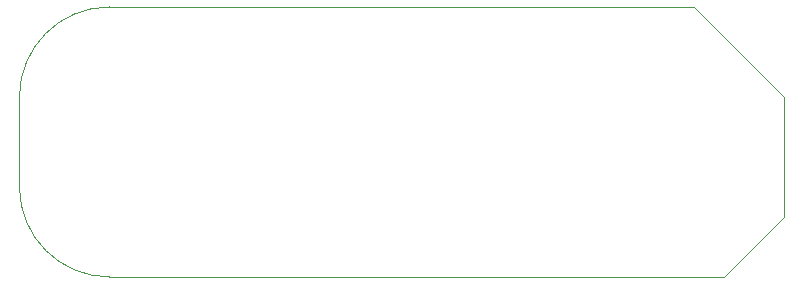
<source format=gm1>
G04 #@! TF.GenerationSoftware,KiCad,Pcbnew,8.0.9*
G04 #@! TF.CreationDate,2025-03-02T13:36:19+01:00*
G04 #@! TF.ProjectId,strobe,7374726f-6265-42e6-9b69-6361645f7063,rev?*
G04 #@! TF.SameCoordinates,Original*
G04 #@! TF.FileFunction,Profile,NP*
%FSLAX46Y46*%
G04 Gerber Fmt 4.6, Leading zero omitted, Abs format (unit mm)*
G04 Created by KiCad (PCBNEW 8.0.9) date 2025-03-02 13:36:19*
%MOMM*%
%LPD*%
G01*
G04 APERTURE LIST*
G04 #@! TA.AperFunction,Profile*
%ADD10C,0.050000*%
G04 #@! TD*
G04 APERTURE END LIST*
D10*
X147320000Y-114300000D02*
X95250000Y-114300000D01*
X95250000Y-114300000D02*
G75*
G02*
X87630000Y-106680000I0J7620000D01*
G01*
X147320000Y-114300000D02*
X152400000Y-109220000D01*
X87630000Y-106680000D02*
X87630000Y-99060000D01*
X152400000Y-99060000D02*
X152400000Y-106680000D01*
X152400000Y-109220000D02*
X152400000Y-106680000D01*
X95250000Y-91440000D02*
X144780000Y-91440000D01*
X144780000Y-91440000D02*
X152400000Y-99060000D01*
X87630000Y-99060000D02*
G75*
G02*
X95250000Y-91440000I7620000J0D01*
G01*
M02*

</source>
